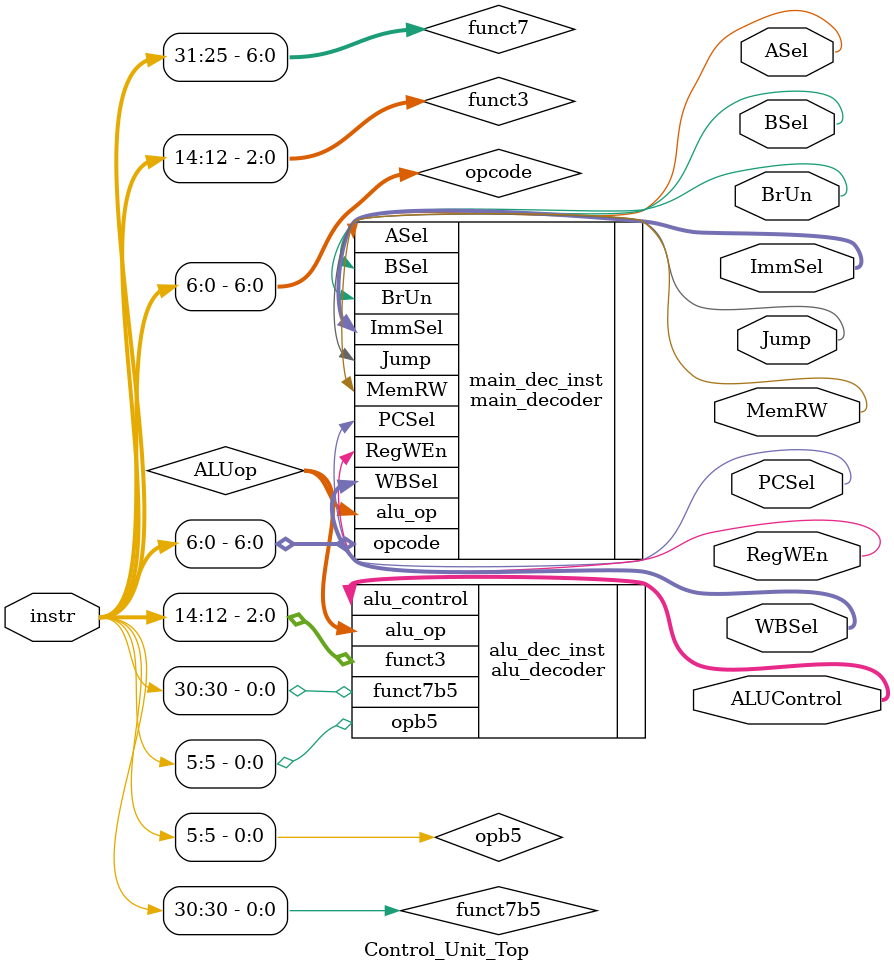
<source format=v>
module Control_Unit_Top(
    input  [31:0] instr,
    output        BrUn, ASel, BSel, MemRW,Jump,
    output        RegWEn,
    output [2:0]  ImmSel,
    output [1:0]  WBSel,
    output        PCSel,
    output [3:0]  ALUControl
);

    // --- Tách trường từ instruction ---
    wire [6:0] opcode    = instr[6:0];
    wire [2:0] funct3    = instr[14:12];
    wire [6:0] funct7    = instr[31:25];
    wire       funct7b5  = instr[30]; // bit 5 of funct7
    wire       opb5      = instr[5];  // bit 5 of opcode

    wire [1:0] ALUop;

    // --- Main decoder ---
    main_decoder main_dec_inst (
        .opcode(opcode),
        .alu_op(ALUop),
        .BrUn(BrUn),
        .ASel(ASel),
        .BSel(BSel),
        .MemRW(MemRW),
        .RegWEn(RegWEn),
        .ImmSel(ImmSel),
        .WBSel(WBSel),
        .PCSel(PCSel),
        .Jump(Jump)
    );

    // --- ALU decoder ---
    alu_decoder alu_dec_inst (
        .opb5(opb5),
        .funct3(funct3),
        .funct7b5(funct7b5),
        .alu_op(ALUop),
        .alu_control(ALUControl)
    );

endmodule
</source>
